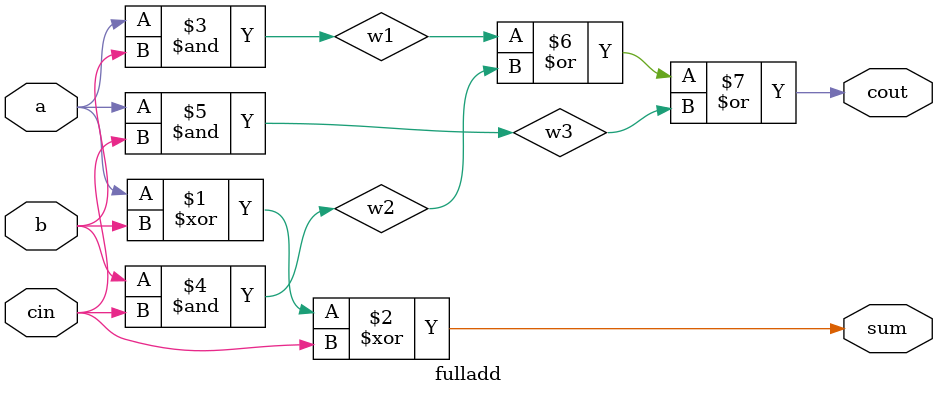
<source format=v>
module fulladd(
input a,b,cin,
output sum,cout);
xor(sum,a,b,cin);
and(w1,a,b);
and(w2,b,cin);
and(w3,a,cin);
or(cout,w1,w2,w3);
endmodule


</source>
